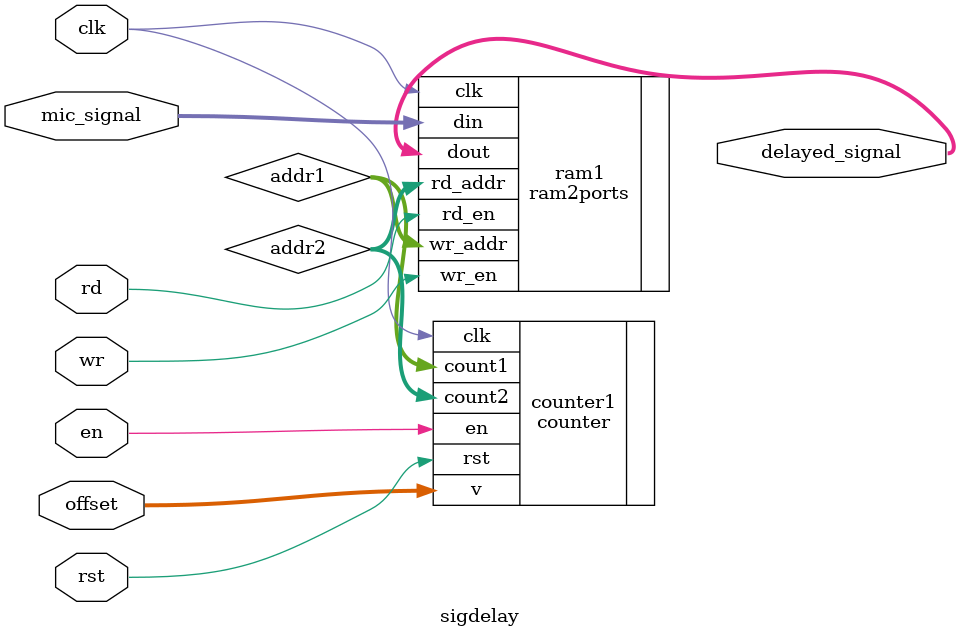
<source format=sv>
module sigdelay # (
    parameter A_WIDTH = 8,
              D_WIDTH = 8
)(
    input logic       clk,
    input logic       rst,
    input logic       en,
    input logic       wr,
    input logic       rd,
    input logic [D_WIDTH-1:0] offset,
    input logic [D_WIDTH-1:0] mic_signal,
    output logic [D_WIDTH-1:0] delayed_signal
);

logic [A_WIDTH-1:0] addr1;
logic [A_WIDTH-1:0] addr2;

counter  counter1(
    // interface signals
    .clk(clk),// clock
    .rst(rst),// rst
    .en(en),// load counter from data
    .v(offset), // offset
    .count1(addr1),
    .count2(addr2)
);

ram2ports ram1(
    .clk(clk),
    .wr_en(wr),
    .rd_en(rd),
    .wr_addr(addr1),
    .rd_addr(addr2),
    .din(mic_signal),
    .dout(delayed_signal)
);


endmodule

</source>
